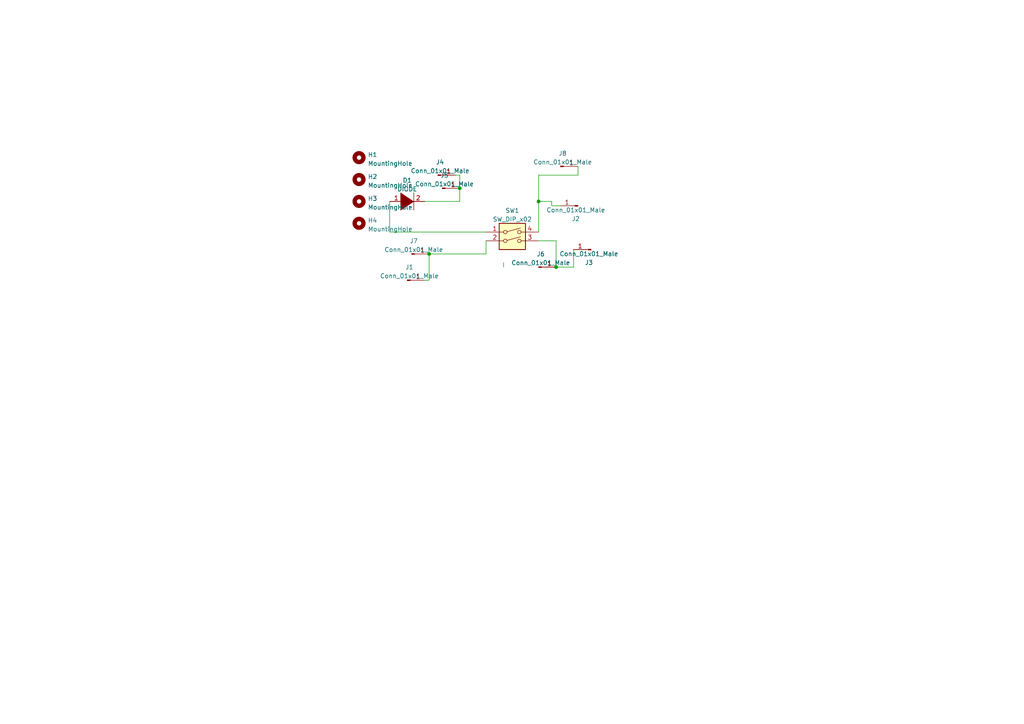
<source format=kicad_sch>
(kicad_sch (version 20211123) (generator eeschema)
  (paper "A4")
  (lib_symbols
    (symbol "Connector:Conn_01x01_Male" (pin_names (offset 1.016) hide)
      (property "Reference" "J" (at 0 2.54 0))
      (property "Value" "Conn_01x01_Male" (at 0 -2.54 0))
      (symbol "Conn_01x01_Male_1_1"
        (polyline (pts (xy 1.27 0) (xy 0.8636 0)) (stroke (width 0.1524)))
        (rectangle (start 0.8636 0.127) (end 0 -0.127) (stroke (width 0.1524)) (fill (type outline)))
        (pin passive line (at 5.08 0 180) (length 3.81) (name "Pin_1") (number "1"))
      )
    )
    (symbol "Mechanical:MountingHole" (pin_names (offset 1.016))
      (property "Reference" "H" (at 0 5.08 0))
      (property "Value" "MountingHole" (at 0 3.175 0))
      (symbol "MountingHole_0_1"
        (circle (center 0 0) (radius 1.27) (stroke (width 1.27)))
      )
    )
    (symbol "Switch:SW_DIP_x02" (pin_names (offset 0) hide)
      (property "Reference" "SW" (at 0 6.35 0))
      (property "Value" "SW_DIP_x02" (at 0 -3.81 0))
      (symbol "SW_DIP_x02_0_0"
        (circle (center -2.032 0) (radius 0.508))
        (circle (center -2.032 2.54) (radius 0.508))
        (polyline (pts (xy -1.524 0.127) (xy 2.3622 1.1684)))
        (polyline (pts (xy -1.524 2.667) (xy 2.3622 3.7084)))
        (circle (center 2.032 0) (radius 0.508))
        (circle (center 2.032 2.54) (radius 0.508))
      )
      (symbol "SW_DIP_x02_0_1"
        (rectangle (start -3.81 5.08) (end 3.81 -2.54) (stroke (width 0.254)) (fill (type background)))
      )
      (symbol "SW_DIP_x02_1_1"
        (pin passive line (at -7.62 2.54 0) (length 5.08) (name "~") (number "1"))
        (pin passive line (at -7.62 0 0) (length 5.08) (name "~") (number "2"))
        (pin passive line (at 7.62 0 180) (length 5.08) (name "~") (number "3"))
        (pin passive line (at 7.62 2.54 180) (length 5.08) (name "~") (number "4"))
      )
    )
    (symbol "pspice:DIODE" (pin_names (offset 1.016) hide)
      (property "Reference" "D" (at 0 3.81 0))
      (property "Value" "DIODE" (at 0 -4.445 0))
      (symbol "DIODE_0_1"
        (polyline (pts (xy 1.905 2.54) (xy 1.905 -2.54)))
        (polyline (pts (xy -1.905 2.54) (xy -1.905 -2.54) (xy 1.905 0)) (fill (type outline)))
      )
      (symbol "DIODE_1_1"
        (pin input line (at -5.08 0 0) (length 3.81) (name "K") (number "1"))
        (pin input line (at 5.08 0 180) (length 3.81) (name "A") (number "2"))
      )
    )
  )
  (junction (at 133.35 54.61))
  (junction (at 156.21 58.42))
  (junction (at 124.46 73.66))
  (junction (at 161.29 77.47))
  (wire (pts (xy 161.29 77.47) (xy 166.37 77.47)))
  (wire (pts (xy 123.19 81.28) (xy 124.46 81.28)))
  (wire (pts (xy 156.21 58.42) (xy 156.21 67.31)))
  (wire (pts (xy 124.46 73.66) (xy 140.97 73.66)))
  (wire (pts (xy 167.64 50.8) (xy 156.21 50.8)))
  (wire (pts (xy 133.35 50.8) (xy 133.35 54.61)))
  (wire (pts (xy 124.46 81.28) (xy 124.46 73.66)))
  (wire (pts (xy 140.97 67.31) (xy 113.03 67.31)))
  (wire (pts (xy 140.97 73.66) (xy 140.97 69.85)))
  (wire (pts (xy 132.08 50.8) (xy 133.35 50.8)))
  (wire (pts (xy 123.19 58.42) (xy 133.35 58.42)))
  (wire (pts (xy 160.02 58.42) (xy 160.02 59.69)))
  (wire (pts (xy 133.35 54.61) (xy 133.35 58.42)))
  (wire (pts (xy 156.21 58.42) (xy 160.02 58.42)))
  (wire (pts (xy 161.29 69.85) (xy 156.21 69.85)))
  (wire (pts (xy 146.05 77.47) (xy 146.05 76.2)))
  (wire (pts (xy 167.64 48.26) (xy 167.64 50.8)))
  (wire (pts (xy 166.37 72.39) (xy 166.37 77.47)))
  (wire (pts (xy 162.56 59.69) (xy 160.02 59.69)))
  (wire (pts (xy 156.21 50.8) (xy 156.21 58.42)))
  (wire (pts (xy 113.03 67.31) (xy 113.03 58.42)))
  (wire (pts (xy 161.29 77.47) (xy 161.29 69.85)))
  (symbol (lib_id "Mechanical:MountingHole") (at 104.14 52.07 0) (unit 1)
    (property "Reference" "H2" (at 106.68 51.2353 0) (effects (justify left)))
    (property "Value" "MountingHole" (at 106.68 53.7722 0) (effects (justify left)))
    (property "Footprint" "Giri-Kailh-Choc-Library:MountingHole_1.2mm_M1" (effects hide))
  )
  (symbol (lib_id "Connector:Conn_01x01_Male") (at 162.56 48.26 0) (unit 1)
    (property "Reference" "J8" (at 163.195 44.484 0))
    (property "Value" "Conn_01x01_Male" (at 163.195 47.0209 0))
    (property "Footprint" "Giri-Kailh-Choc-Library:TestPoint_THTPad_1.0x2.5mm_Drill0.5mm" (effects hide))
  )
  (symbol (lib_id "Connector:Conn_01x01_Male") (at 156.21 77.47 0) (unit 1)
    (property "Reference" "J6" (at 156.845 73.694 0))
    (property "Value" "Conn_01x01_Male" (at 156.845 76.2309 0))
    (property "Footprint" "Giri-Kailh-Choc-Library:TestPoint_THTPad_1.0x2.5mm_Drill0.5mm" (effects hide))
  )
  (symbol (lib_id "Switch:SW_DIP_x02") (at 148.59 69.85 0) (unit 1)
    (property "Reference" "SW1" (at 148.59 61.0702 0))
    (property "Value" "SW_DIP_x02" (at 148.59 63.6071 0))
    (property "Footprint" "Giri-Kailh-Choc-Library:SW_Hotswap_Kailh_Choc_V1_plated_girish2" (effects hide))
  )
  (symbol (lib_id "Connector:Conn_01x01_Male") (at 167.64 59.69 180) (unit 1)
    (property "Reference" "J2" (at 167.005 63.466 0))
    (property "Value" "Conn_01x01_Male" (at 167.005 60.9291 0))
    (property "Footprint" "Giri-Kailh-Choc-Library:TestPoint_THTPad_1.0x2.5mm_Drill0.5mm" (effects hide))
  )
  (symbol (lib_id "Mechanical:MountingHole") (at 104.14 45.72 0) (unit 1)
    (property "Reference" "H1" (at 106.68 44.8853 0) (effects (justify left)))
    (property "Value" "MountingHole" (at 106.68 47.4222 0) (effects (justify left)))
    (property "Footprint" "Giri-Kailh-Choc-Library:MountingHole_1.2mm_M1" (effects hide))
  )
  (symbol (lib_id "Mechanical:MountingHole") (at 104.14 58.42 0) (unit 1)
    (property "Reference" "H3" (at 106.68 57.5853 0) (effects (justify left)))
    (property "Value" "MountingHole" (at 106.68 60.1222 0) (effects (justify left)))
    (property "Footprint" "Giri-Kailh-Choc-Library:MountingHole_1.2mm_M1" (effects hide))
  )
  (symbol (lib_id "pspice:DIODE") (at 118.11 58.42 0) (unit 1)
    (property "Reference" "D1" (at 118.11 52.3072 0))
    (property "Value" "DIODE" (at 118.11 54.8441 0))
    (property "Footprint" "Giri-Kailh-Choc-Library:D_SOD-123" (effects hide))
  )
  (symbol (lib_id "Connector:Conn_01x01_Male") (at 118.11 81.28 0) (unit 1)
    (property "Reference" "J1" (at 118.745 77.504 0))
    (property "Value" "Conn_01x01_Male" (at 118.745 80.0409 0))
    (property "Footprint" "Giri-Kailh-Choc-Library:TestPoint_THTPad_1.0x2.5mm_Drill0.5mm" (effects hide))
  )
  (symbol (lib_id "Mechanical:MountingHole") (at 104.14 64.77 0) (unit 1)
    (property "Reference" "H4" (at 106.68 63.9353 0) (effects (justify left)))
    (property "Value" "MountingHole" (at 106.68 66.4722 0) (effects (justify left)))
    (property "Footprint" "Giri-Kailh-Choc-Library:MountingHole_1.2mm_M1" (effects hide))
  )
  (symbol (lib_id "Connector:Conn_01x01_Male") (at 119.38 73.66 0) (unit 1)
    (property "Reference" "J7" (at 120.015 69.884 0))
    (property "Value" "Conn_01x01_Male" (at 120.015 72.4209 0))
    (property "Footprint" "Giri-Kailh-Choc-Library:TestPoint_THTPad_1.0x2.5mm_Drill0.5mm" (effects hide))
  )
  (symbol (lib_id "Connector:Conn_01x01_Male") (at 127 50.8 0) (unit 1)
    (property "Reference" "J4" (at 127.635 47.024 0))
    (property "Value" "Conn_01x01_Male" (at 127.635 49.5609 0))
    (property "Footprint" "Giri-Kailh-Choc-Library:TestPoint_THTPad_1.0x2.5mm_Drill0.5mm" (effects hide))
  )
  (symbol (lib_id "Connector:Conn_01x01_Male") (at 128.27 54.61 0) (unit 1)
    (property "Reference" "J5" (at 128.905 50.834 0))
    (property "Value" "Conn_01x01_Male" (at 128.905 53.3709 0))
    (property "Footprint" "Giri-Kailh-Choc-Library:TestPoint_THTPad_1.0x2.5mm_Drill0.5mm" (effects hide))
  )
  (symbol (lib_id "Connector:Conn_01x01_Male") (at 171.45 72.39 180) (unit 1)
    (property "Reference" "J3" (at 170.815 76.166 0))
    (property "Value" "Conn_01x01_Male" (at 170.815 73.6291 0))
    (property "Footprint" "Giri-Kailh-Choc-Library:TestPoint_THTPad_1.0x1.5mm_Drill0.5mm" (effects hide))
  )
)
</source>
